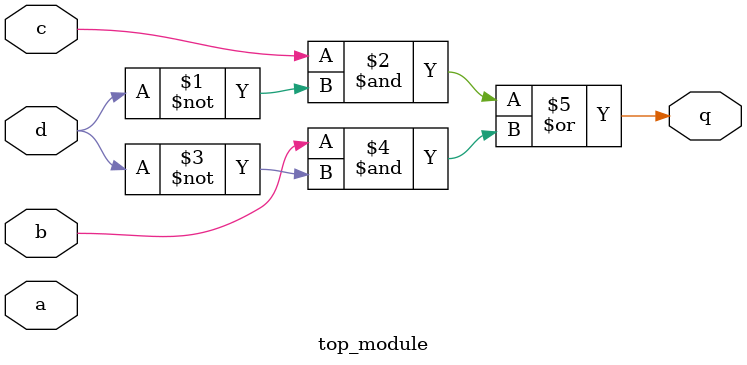
<source format=sv>
module top_module (
    input a, 
    input b, 
    input c, 
    input d,
    output q
);
    // Assign q based on the conditions observed from the simulation waveform
    assign q = (c & ~d) | (b & ~d);
endmodule

</source>
